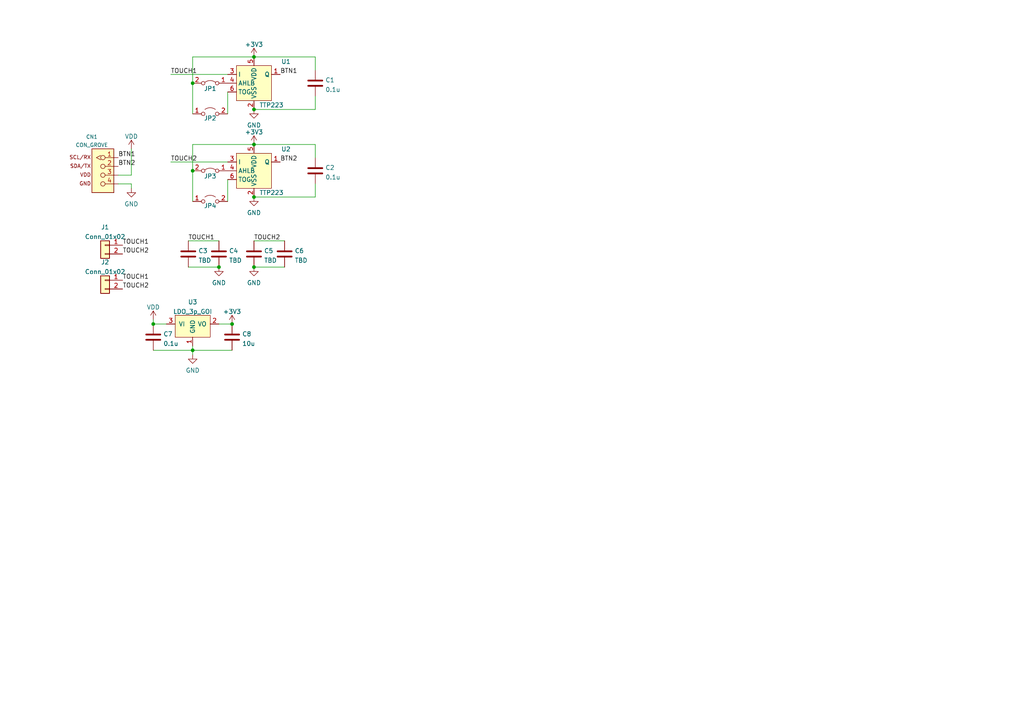
<source format=kicad_sch>
(kicad_sch (version 20211123) (generator eeschema)
  (paper "A4")
  (lib_symbols
    (symbol "Connector_Generic:Conn_01x02" (pin_names (offset 1.016) hide)
      (property "Reference" "J" (at 0 2.54 0))
      (property "Value" "Conn_01x02" (at 0 -5.08 0))
      (symbol "Conn_01x02_1_1"
        (rectangle (start -1.27 -2.413) (end 0 -2.667) (stroke (width 0.1524)))
        (rectangle (start -1.27 0.127) (end 0 -0.127) (stroke (width 0.1524)))
        (rectangle (start -1.27 1.27) (end 1.27 -3.81) (stroke (width 0.254)) (fill (type background)))
        (pin passive line (at -5.08 0 0) (length 3.81) (name "Pin_1") (number "1"))
        (pin passive line (at -5.08 -2.54 0) (length 3.81) (name "Pin_2") (number "2"))
      )
    )
    (symbol "Device:C" (pin_numbers hide) (pin_names (offset 0.254))
      (property "Reference" "C" (at 0.635 2.54 0))
      (property "Value" "C" (at 0.635 -2.54 0))
      (symbol "C_0_1"
        (polyline (pts (xy -2.032 -0.762) (xy 2.032 -0.762)) (stroke (width 0.508)))
        (polyline (pts (xy -2.032 0.762) (xy 2.032 0.762)) (stroke (width 0.508)))
      )
      (symbol "C_1_1"
        (pin passive line (at 0 3.81 270) (length 2.794) (name "~") (number "1"))
        (pin passive line (at 0 -3.81 90) (length 2.794) (name "~") (number "2"))
      )
    )
    (symbol "Jumper:Jumper_2_Bridged" (pin_names (offset 0) hide)
      (property "Reference" "JP" (at 0 1.905 0))
      (property "Value" "Jumper_2_Bridged" (at 0 -2.54 0))
      (symbol "Jumper_2_Bridged_0_0"
        (circle (center -2.032 0) (radius 0.508))
        (circle (center 2.032 0) (radius 0.508))
      )
      (symbol "Jumper_2_Bridged_0_1"
        (arc (start 1.524 0.254) (mid 0 0.762) (end -1.524 0.254))
      )
      (symbol "Jumper_2_Bridged_1_1"
        (pin passive line (at -5.08 0 0) (length 2.54) (name "A") (number "1"))
        (pin passive line (at 5.08 0 180) (length 2.54) (name "B") (number "2"))
      )
    )
    (symbol "Jumper:Jumper_2_Open" (pin_names (offset 0) hide)
      (property "Reference" "JP" (at 0 2.794 0))
      (property "Value" "Jumper_2_Open" (at 0 -2.286 0))
      (symbol "Jumper_2_Open_0_0"
        (circle (center -2.032 0) (radius 0.508))
        (circle (center 2.032 0) (radius 0.508))
      )
      (symbol "Jumper_2_Open_0_1"
        (arc (start 1.524 1.27) (mid 0 1.778) (end -1.524 1.27))
      )
      (symbol "Jumper_2_Open_1_1"
        (pin passive line (at -5.08 0 0) (length 2.54) (name "A") (number "1"))
        (pin passive line (at 5.08 0 180) (length 2.54) (name "B") (number "2"))
      )
    )
    (symbol "akita:CON_GROVE" (pin_names (offset 1.016))
      (property "Reference" "CN" (at 0 3.81 0))
      (property "Value" "CON_GROVE" (at 3.81 -5.08 90))
      (symbol "CON_GROVE_1_0"
        (text "GND" (at 5.334 -5.588 0) (effects (font (size 1.0668 1.0668)) (justify left bottom)))
        (text "SCL/RX" (at 5.334 2.032 0) (effects (font (size 1.0668 1.0668)) (justify left bottom)))
        (text "SDA/TX" (at 5.334 -0.508 0) (effects (font (size 1.0668 1.0668)) (justify left bottom)))
        (text "VDD" (at 5.334 -3.048 0) (effects (font (size 1.0668 1.0668)) (justify left bottom)))
        (pin bidirectional inverted_clock (at -2.54 2.54 0) (length 5.08) (name "1") (number "1"))
        (pin bidirectional inverted (at -2.54 0 0) (length 5.08) (name "2") (number "2"))
        (pin bidirectional inverted (at -2.54 -2.54 0) (length 5.08) (name "3") (number "3"))
        (pin bidirectional inverted (at -2.54 -5.08 0) (length 5.08) (name "4") (number "4"))
      )
      (symbol "CON_GROVE_1_1"
        (rectangle (start -1.27 5.08) (end 5.08 -7.62) (stroke (width 0.2032)) (fill (type background)))
      )
    )
    (symbol "akita:LDO_3p_GOI" (pin_names (offset 1.016))
      (property "Reference" "U" (at 2.54 5.08 0))
      (property "Value" "LDO_3p_GOI" (at 6.35 -3.81 0))
      (symbol "LDO_3p_GOI_0_1"
        (rectangle (start -5.08 3.81) (end 5.08 -2.54) (fill (type background)))
      )
      (symbol "LDO_3p_GOI_1_1"
        (pin passive line (at 0 -5.08 90) (length 2.54) (name "GND") (number "1"))
        (pin power_out line (at 7.62 1.27 180) (length 2.54) (name "VO") (number "2"))
        (pin power_in line (at -7.62 1.27 0) (length 2.54) (name "VI") (number "3"))
      )
    )
    (symbol "akita:TTP223"
      (property "Reference" "U" (at 3.81 6.35 0))
      (property "Value" "TTP223" (at 5.08 -6.35 0))
      (symbol "TTP223_0_1"
        (rectangle (start -5.08 5.08) (end 5.08 -5.08) (stroke (width 0.1524)) (fill (type background)))
      )
      (symbol "TTP223_1_1"
        (pin output line (at 7.62 2.54 180) (length 2.54) (name "Q") (number "1"))
        (pin power_in line (at 0 -7.62 90) (length 2.54) (name "VSS") (number "2"))
        (pin input line (at -7.62 2.54 0) (length 2.54) (name "I") (number "3"))
        (pin input line (at -7.62 0 0) (length 2.54) (name "AHLB") (number "4"))
        (pin power_in line (at 0 7.62 270) (length 2.54) (name "VDD") (number "5"))
        (pin input line (at -7.62 -2.54 0) (length 2.54) (name "TOG") (number "6"))
      )
    )
    (symbol "power:+3V3" (power) (pin_names (offset 0))
      (property "Value" "+3V3" (at 0 3.556 0))
      (symbol "+3V3_0_1"
        (polyline (pts (xy -0.762 1.27) (xy 0 2.54)))
        (polyline (pts (xy 0 0) (xy 0 2.54)))
        (polyline (pts (xy 0 2.54) (xy 0.762 1.27)))
      )
      (symbol "+3V3_1_1"
        (pin power_in line (at 0 0 90) (length 0) hide (name "+3V3") (number "1"))
      )
    )
    (symbol "power:GND" (power) (pin_names (offset 0))
      (property "Value" "GND" (at 0 -3.81 0))
      (symbol "GND_0_1"
        (polyline (pts (xy 0 0) (xy 0 -1.27) (xy 1.27 -1.27) (xy 0 -2.54) (xy -1.27 -1.27) (xy 0 -1.27)))
      )
      (symbol "GND_1_1"
        (pin power_in line (at 0 0 270) (length 0) hide (name "GND") (number "1"))
      )
    )
    (symbol "power:VDD" (power) (pin_names (offset 0))
      (property "Value" "VDD" (at 0 3.81 0))
      (symbol "VDD_0_1"
        (polyline (pts (xy -0.762 1.27) (xy 0 2.54)))
        (polyline (pts (xy 0 0) (xy 0 2.54)))
        (polyline (pts (xy 0 2.54) (xy 0.762 1.27)))
      )
      (symbol "VDD_1_1"
        (pin power_in line (at 0 0 90) (length 0) hide (name "VDD") (number "1"))
      )
    )
  )
  (junction (at 63.5 77.47))
  (junction (at 44.45 93.98))
  (junction (at 73.66 41.91))
  (junction (at 55.88 49.53))
  (junction (at 55.88 24.13))
  (junction (at 55.88 101.6))
  (junction (at 73.66 31.75))
  (junction (at 73.66 77.47))
  (junction (at 73.66 16.51))
  (junction (at 73.66 57.15))
  (junction (at 67.31 93.98))
  (wire (pts (xy 55.88 24.13) (xy 55.88 33.02)))
  (wire (pts (xy 91.44 41.91) (xy 91.44 45.72)))
  (wire (pts (xy 55.88 41.91) (xy 55.88 49.53)))
  (wire (pts (xy 49.53 46.99) (xy 66.04 46.99)))
  (wire (pts (xy 54.61 69.85) (xy 63.5 69.85)))
  (wire (pts (xy 73.66 69.85) (xy 82.55 69.85)))
  (wire (pts (xy 73.66 57.15) (xy 91.44 57.15)))
  (wire (pts (xy 55.88 16.51) (xy 55.88 24.13)))
  (wire (pts (xy 73.66 31.75) (xy 91.44 31.75)))
  (wire (pts (xy 55.88 101.6) (xy 55.88 102.87)))
  (wire (pts (xy 55.88 49.53) (xy 55.88 58.42)))
  (wire (pts (xy 44.45 101.6) (xy 55.88 101.6)))
  (wire (pts (xy 73.66 77.47) (xy 82.55 77.47)))
  (wire (pts (xy 66.04 52.07) (xy 66.04 58.42)))
  (wire (pts (xy 55.88 101.6) (xy 67.31 101.6)))
  (wire (pts (xy 73.66 16.51) (xy 55.88 16.51)))
  (wire (pts (xy 44.45 93.98) (xy 48.26 93.98)))
  (wire (pts (xy 34.29 53.34) (xy 38.1 53.34)))
  (wire (pts (xy 91.44 16.51) (xy 91.44 20.32)))
  (wire (pts (xy 91.44 57.15) (xy 91.44 53.34)))
  (wire (pts (xy 66.04 26.67) (xy 66.04 33.02)))
  (wire (pts (xy 73.66 16.51) (xy 91.44 16.51)))
  (wire (pts (xy 55.88 100.33) (xy 55.88 101.6)))
  (wire (pts (xy 34.29 50.8) (xy 38.1 50.8)))
  (wire (pts (xy 73.66 41.91) (xy 91.44 41.91)))
  (wire (pts (xy 63.5 93.98) (xy 67.31 93.98)))
  (wire (pts (xy 91.44 31.75) (xy 91.44 27.94)))
  (wire (pts (xy 44.45 92.71) (xy 44.45 93.98)))
  (wire (pts (xy 38.1 50.8) (xy 38.1 43.18)))
  (wire (pts (xy 73.66 41.91) (xy 55.88 41.91)))
  (wire (pts (xy 38.1 53.34) (xy 38.1 54.61)))
  (wire (pts (xy 49.53 21.59) (xy 66.04 21.59)))
  (wire (pts (xy 54.61 77.47) (xy 63.5 77.47)))
  (label "TOUCH2" (at 35.56 83.82 0))
  (label "BTN2" (at 34.29 48.26 0))
  (label "BTN1" (at 34.29 45.72 0))
  (label "TOUCH1" (at 49.53 21.59 0))
  (label "TOUCH2" (at 35.56 73.66 0))
  (label "BTN1" (at 81.28 21.59 0))
  (label "TOUCH1" (at 35.56 81.28 0))
  (label "TOUCH2" (at 49.53 46.99 0))
  (label "TOUCH2" (at 73.66 69.85 0))
  (label "TOUCH1" (at 35.56 71.12 0))
  (label "TOUCH1" (at 54.61 69.85 0))
  (label "BTN2" (at 81.28 46.99 0))
  (symbol (lib_id "power:+3V3") (at 73.66 16.51 0) (unit 1)
    (property "Reference" "#PWR010" (effects hide))
    (property "Value" "+3V3" (at 73.66 12.9055 0))
  )
  (symbol (lib_id "power:GND") (at 73.66 31.75 0) (unit 1)
    (property "Reference" "#PWR02" (effects hide))
    (property "Value" "GND" (at 73.66 36.3125 0))
  )
  (symbol (lib_id "akita:TTP223") (at 73.66 49.53 0) (unit 1)
    (property "Reference" "U2" (at 82.9475 43.2648 0))
    (property "Value" "TTP223" (at 78.74 55.88 0))
    (property "Footprint" "Package_TO_SOT_SMD:SOT-23-6" (effects hide))
  )
  (symbol (lib_id "Jumper:Jumper_2_Open") (at 60.96 58.42 0) (unit 1)
    (property "Reference" "JP4" (at 60.96 59.69 0))
    (property "Value" "Jumper_2_Open" (effects hide))
    (property "Footprint" "Jumper:SolderJumper-2_P1.3mm_Open_Pad1.0x1.5mm" (effects hide))
  )
  (symbol (lib_id "power:VDD") (at 44.45 92.71 0) (unit 1)
    (property "Reference" "#PWR01" (effects hide))
    (property "Value" "VDD" (at 44.45 89.1055 0))
  )
  (symbol (lib_id "akita:CON_GROVE") (at 31.75 48.26 0) (mirror y) (unit 1)
    (property "Reference" "CN1" (at 26.6287 39.6906 0) (effects (font (size 1.0668 1.0668))))
    (property "Value" "CON_GROVE" (at 26.6287 42.0623 0) (effects (font (size 1.0668 1.0668))))
    (property "Footprint" "akita:CON_GROVE_H" (effects hide))
  )
  (symbol (lib_id "Device:C") (at 44.45 97.79 0) (unit 1)
    (property "Reference" "C7" (at 47.371 96.8815 0) (effects (justify left)))
    (property "Value" "0.1u" (at 47.371 99.6566 0) (effects (justify left)))
    (property "Footprint" "Capacitor_SMD:C_0603_1608Metric" (effects hide))
  )
  (symbol (lib_id "power:GND") (at 63.5 77.47 0) (unit 1)
    (property "Reference" "#PWR07" (effects hide))
    (property "Value" "GND" (at 63.5 82.0325 0))
  )
  (symbol (lib_id "power:+3V3") (at 67.31 93.98 0) (unit 1)
    (property "Reference" "#PWR09" (effects hide))
    (property "Value" "+3V3" (at 67.31 90.3755 0))
  )
  (symbol (lib_id "power:GND") (at 73.66 77.47 0) (unit 1)
    (property "Reference" "#PWR08" (effects hide))
    (property "Value" "GND" (at 73.66 82.0325 0))
  )
  (symbol (lib_id "akita:TTP223") (at 73.66 24.13 0) (unit 1)
    (property "Reference" "U1" (at 82.9475 17.8648 0))
    (property "Value" "TTP223" (at 78.74 30.48 0))
    (property "Footprint" "Package_TO_SOT_SMD:SOT-23-6" (effects hide))
  )
  (symbol (lib_id "Device:C") (at 54.61 73.66 0) (unit 1)
    (property "Reference" "C3" (at 57.531 72.7515 0) (effects (justify left)))
    (property "Value" "TBD" (at 57.531 75.5266 0) (effects (justify left)))
    (property "Footprint" "Capacitor_SMD:C_0603_1608Metric" (effects hide))
  )
  (symbol (lib_id "Jumper:Jumper_2_Bridged") (at 60.96 49.53 0) (mirror y) (unit 1)
    (property "Reference" "JP3" (at 60.96 51.1025 0))
    (property "Value" "Jumper_2_Bridged" (effects hide))
    (property "Footprint" "Jumper:SolderJumper-2_P1.3mm_Bridged2Bar_Pad1.0x1.5mm" (effects hide))
  )
  (symbol (lib_id "Connector_Generic:Conn_01x02") (at 30.48 71.12 0) (mirror y) (unit 1)
    (property "Reference" "J1" (at 30.48 65.8835 0))
    (property "Value" "Conn_01x02" (at 30.48 68.6586 0))
    (property "Footprint" "akita:CON_HT396R_2P" (effects hide))
  )
  (symbol (lib_id "akita:LDO_3p_GOI") (at 55.88 95.25 0) (unit 1)
    (property "Reference" "U3" (at 55.88 87.6005 0))
    (property "Value" "LDO_3p_GOI" (at 55.88 90.3756 0))
    (property "Footprint" "Package_TO_SOT_SMD:SOT-23" (effects hide))
  )
  (symbol (lib_id "Jumper:Jumper_2_Open") (at 60.96 33.02 0) (unit 1)
    (property "Reference" "JP2" (at 60.96 34.29 0))
    (property "Value" "Jumper_2_Open" (effects hide))
    (property "Footprint" "Jumper:SolderJumper-2_P1.3mm_Open_Pad1.0x1.5mm" (effects hide))
  )
  (symbol (lib_id "Jumper:Jumper_2_Bridged") (at 60.96 24.13 0) (mirror y) (unit 1)
    (property "Reference" "JP1" (at 60.96 25.7025 0))
    (property "Value" "Jumper_2_Bridged" (effects hide))
    (property "Footprint" "Jumper:SolderJumper-2_P1.3mm_Bridged2Bar_Pad1.0x1.5mm" (effects hide))
  )
  (symbol (lib_id "Device:C") (at 67.31 97.79 0) (unit 1)
    (property "Reference" "C8" (at 70.231 96.8815 0) (effects (justify left)))
    (property "Value" "10u" (at 70.231 99.6566 0) (effects (justify left)))
    (property "Footprint" "Capacitor_SMD:C_0603_1608Metric" (effects hide))
  )
  (symbol (lib_id "Device:C") (at 63.5 73.66 0) (unit 1)
    (property "Reference" "C4" (at 66.421 72.7515 0) (effects (justify left)))
    (property "Value" "TBD" (at 66.421 75.5266 0) (effects (justify left)))
    (property "Footprint" "Capacitor_THT:C_Disc_D3.0mm_W1.6mm_P2.50mm" (effects hide))
  )
  (symbol (lib_id "power:+3V3") (at 73.66 41.91 0) (unit 1)
    (property "Reference" "#PWR011" (effects hide))
    (property "Value" "+3V3" (at 73.66 38.3055 0))
  )
  (symbol (lib_id "Connector_Generic:Conn_01x02") (at 30.48 81.28 0) (mirror y) (unit 1)
    (property "Reference" "J2" (at 30.48 76.0435 0))
    (property "Value" "Conn_01x02" (at 30.48 78.8186 0))
    (property "Footprint" "Connector_PinSocket_2.54mm:PinSocket_1x02_P2.54mm_Vertical" (effects hide))
  )
  (symbol (lib_id "Device:C") (at 73.66 73.66 0) (unit 1)
    (property "Reference" "C5" (at 76.581 72.7515 0) (effects (justify left)))
    (property "Value" "TBD" (at 76.581 75.5266 0) (effects (justify left)))
    (property "Footprint" "Capacitor_SMD:C_0603_1608Metric" (effects hide))
  )
  (symbol (lib_id "Device:C") (at 91.44 49.53 0) (unit 1)
    (property "Reference" "C2" (at 94.361 48.6215 0) (effects (justify left)))
    (property "Value" "0.1u" (at 94.361 51.3966 0) (effects (justify left)))
    (property "Footprint" "Capacitor_SMD:C_0603_1608Metric" (effects hide))
  )
  (symbol (lib_id "power:VDD") (at 38.1 43.18 0) (unit 1)
    (property "Reference" "#PWR04" (effects hide))
    (property "Value" "VDD" (at 38.1 39.5755 0))
  )
  (symbol (lib_id "power:GND") (at 55.88 102.87 0) (unit 1)
    (property "Reference" "#PWR03" (effects hide))
    (property "Value" "GND" (at 55.88 107.4325 0))
  )
  (symbol (lib_id "Device:C") (at 91.44 24.13 0) (unit 1)
    (property "Reference" "C1" (at 94.361 23.2215 0) (effects (justify left)))
    (property "Value" "0.1u" (at 94.361 25.9966 0) (effects (justify left)))
    (property "Footprint" "Capacitor_SMD:C_0603_1608Metric" (effects hide))
  )
  (symbol (lib_id "power:GND") (at 73.66 57.15 0) (unit 1)
    (property "Reference" "#PWR06" (effects hide))
    (property "Value" "GND" (at 73.66 61.7125 0))
  )
  (symbol (lib_id "power:GND") (at 38.1 54.61 0) (unit 1)
    (property "Reference" "#PWR05" (effects hide))
    (property "Value" "GND" (at 38.1 59.1725 0))
  )
  (symbol (lib_id "Device:C") (at 82.55 73.66 0) (unit 1)
    (property "Reference" "C6" (at 85.471 72.7515 0) (effects (justify left)))
    (property "Value" "TBD" (at 85.471 75.5266 0) (effects (justify left)))
    (property "Footprint" "Capacitor_THT:C_Disc_D3.0mm_W1.6mm_P2.50mm" (effects hide))
  )
)
</source>
